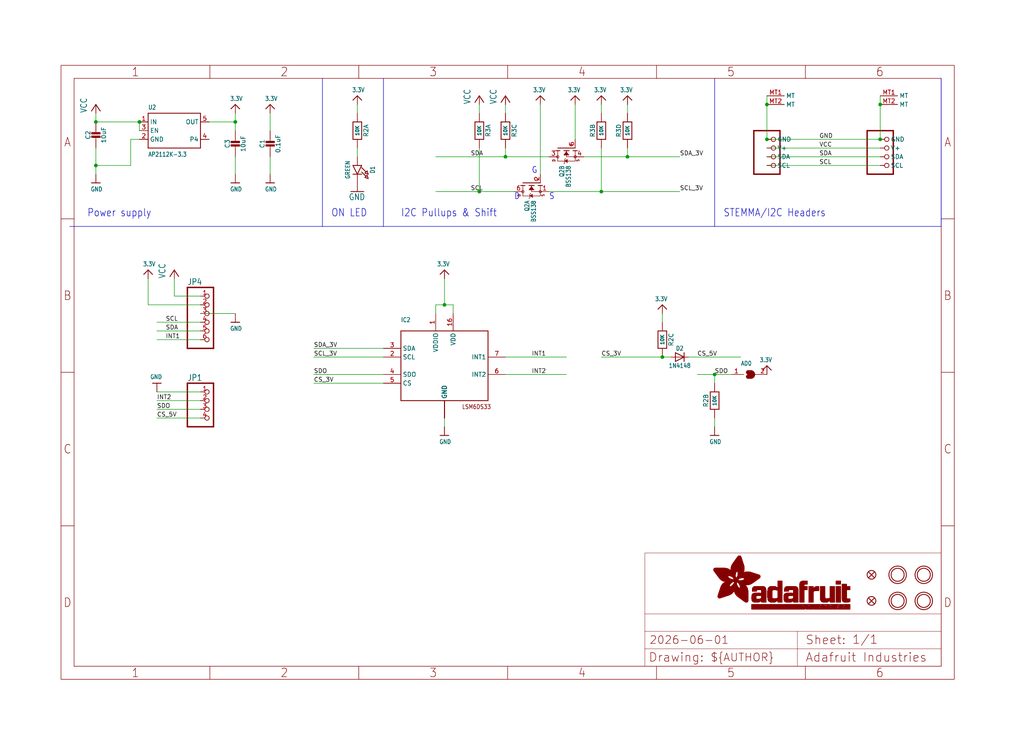
<source format=kicad_sch>
(kicad_sch (version 20230121) (generator eeschema)
  (paper "User" 298.45 217.322)
  (lib_symbols
    (symbol "working-eagle-import:3.3V" (power)
      (property "Value" "3.3V" (at -1.524 1.016 0))
      (symbol "3.3V_1_0"
        (pin power_in line (at 0 -2.54 90) (length 2.54) (name "3.3V") (number "1"))
      )
    )
    (symbol "working-eagle-import:CAP_CERAMIC0603_NO"
      (property "Reference" "C" (at -2.29 1.25 90))
      (symbol "CAP_CERAMIC0603_NO_1_0"
        (pin passive line (at 0 5.08 270) (length 2.54) (name "1") (number "1"))
        (pin passive line (at 0 -2.54 90) (length 2.54) (name "2") (number "2"))
      )
    )
    (symbol "working-eagle-import:CAP_CERAMIC0805-NOOUTLINE"
      (property "Reference" "C" (at -2.29 1.25 90))
      (symbol "CAP_CERAMIC0805-NOOUTLINE_1_0"
        (pin passive line (at 0 5.08 270) (length 2.54) (name "1") (number "1"))
        (pin passive line (at 0 -2.54 90) (length 2.54) (name "2") (number "2"))
      )
    )
    (symbol "working-eagle-import:DIODESOD-323"
      (property "Reference" "D" (at 0 2.54 0))
      (symbol "DIODESOD-323_1_0"
        (pin passive line (at -2.54 0 0) (length 2.54) (name "A") (number "A"))
        (pin passive line (at 2.54 0 180) (length 2.54) (name "C") (number "C"))
      )
    )
    (symbol "working-eagle-import:FIDUCIAL_1MM")
    (symbol "working-eagle-import:FRAME_A4_ADAFRUIT"
      (symbol "FRAME_A4_ADAFRUIT_1_0"
        (text "${#}/${##}" (at 230.505 10.16 0) (effects (font (size 2.54 2.54)) (justify left bottom)))
        (text "${AUTHOR}" (at 189.23 5.08 0) (effects (font (size 2.286 2.286)) (justify left bottom)))
        (text "${CURRENT_DATE}" (at 171.45 10.16 0) (effects (font (size 2.286 2.286)) (justify left bottom)))
        (text "${PROJECTNAME}" (at 171.45 15.24 0) (effects (font (size 2.54 2.54)) (justify left bottom)))
        (text "1" (at 21.6958 1.905 0) (effects (font (size 2.54 2.286))))
        (text "1" (at 21.6958 177.165 0) (effects (font (size 2.54 2.286))))
        (text "2" (at 65.0875 1.905 0) (effects (font (size 2.54 2.286))))
        (text "2" (at 65.0875 177.165 0) (effects (font (size 2.54 2.286))))
        (text "3" (at 108.4792 1.905 0) (effects (font (size 2.54 2.286))))
        (text "3" (at 108.4792 177.165 0) (effects (font (size 2.54 2.286))))
        (text "4" (at 151.8708 1.905 0) (effects (font (size 2.54 2.286))))
        (text "4" (at 151.8708 177.165 0) (effects (font (size 2.54 2.286))))
        (text "5" (at 195.2625 1.905 0) (effects (font (size 2.54 2.286))))
        (text "5" (at 195.2625 177.165 0) (effects (font (size 2.54 2.286))))
        (text "6" (at 238.6542 1.905 0) (effects (font (size 2.54 2.286))))
        (text "6" (at 238.6542 177.165 0) (effects (font (size 2.54 2.286))))
        (text "A" (at 1.905 156.6863 0) (effects (font (size 2.54 2.286))))
        (text "A" (at 258.445 156.6863 0) (effects (font (size 2.54 2.286))))
        (text "Adafruit Industries" (at 216.916 4.953 0) (effects (font (size 2.54 2.54)) (justify left bottom)))
        (text "B" (at 1.905 111.9188 0) (effects (font (size 2.54 2.286))))
        (text "B" (at 258.445 111.9188 0) (effects (font (size 2.54 2.286))))
        (text "C" (at 1.905 67.1513 0) (effects (font (size 2.54 2.286))))
        (text "C" (at 258.445 67.1513 0) (effects (font (size 2.54 2.286))))
        (text "D" (at 1.905 22.3838 0) (effects (font (size 2.54 2.286))))
        (text "D" (at 258.445 22.3838 0) (effects (font (size 2.54 2.286))))
        (text "Drawing:" (at 171.196 4.953 0) (effects (font (size 2.54 2.54)) (justify left bottom)))
        (text "Sheet:" (at 216.916 10.033 0) (effects (font (size 2.54 2.54)) (justify left bottom)))
      )
    )
    (symbol "working-eagle-import:GND" (power)
      (property "Value" "GND" (at -1.524 -2.54 0))
      (symbol "GND_1_0"
        (pin power_in line (at 0 2.54 270) (length 2.54) (name "GND") (number "1"))
      )
    )
    (symbol "working-eagle-import:HEADER-1X4ROUND"
      (property "Reference" "JP" (at -6.35 8.255 0))
      (symbol "HEADER-1X4ROUND_1_0"
        (pin passive inverted (at -2.54 5.08 0) (length 2.54) (name "1") (number "1"))
        (pin passive inverted (at -2.54 2.54 0) (length 2.54) (name "2") (number "2"))
        (pin passive inverted (at -2.54 0 0) (length 2.54) (name "3") (number "3"))
        (pin passive inverted (at -2.54 -2.54 0) (length 2.54) (name "4") (number "4"))
      )
    )
    (symbol "working-eagle-import:HEADER-1X670MIL"
      (property "Reference" "JP" (at -6.35 10.795 0))
      (symbol "HEADER-1X670MIL_1_0"
        (pin passive inverted (at -2.54 7.62 0) (length 2.54) (name "1") (number "1"))
        (pin passive inverted (at -2.54 5.08 0) (length 2.54) (name "2") (number "2"))
        (pin passive inverted (at -2.54 2.54 0) (length 2.54) (name "3") (number "3"))
        (pin passive inverted (at -2.54 0 0) (length 2.54) (name "4") (number "4"))
        (pin passive inverted (at -2.54 -2.54 0) (length 2.54) (name "5") (number "5"))
        (pin passive inverted (at -2.54 -5.08 0) (length 2.54) (name "6") (number "6"))
      )
    )
    (symbol "working-eagle-import:LED0603_NOOUTLINE"
      (property "Reference" "D" (at -1.27 4.445 0))
      (symbol "LED0603_NOOUTLINE_1_0"
        (pin passive line (at -5.08 0 0) (length 2.54) (name "A") (number "A"))
        (pin passive line (at 2.54 0 180) (length 2.54) (name "C") (number "C"))
      )
    )
    (symbol "working-eagle-import:LSM6DS33"
      (property "Reference" "IC" (at -12.7 12.7 0))
      (symbol "LSM6DS33_1_0"
        (text "LSM6DS33" (at 5.08 -12.7 0) (effects (font (size 1.27 1.0795)) (justify left bottom)))
        (pin power_in line (at -2.54 15.24 270) (length 5.08) (name "VDDIO") (number "1"))
        (pin power_in line (at 0 -15.24 90) (length 5.08) (name "GND") (number "10"))
        (pin power_in line (at 0 -15.24 90) (length 5.08) (name "GND") (number "11"))
        (pin power_in line (at 0 -15.24 90) (length 5.08) (name "GND") (number "12"))
        (pin power_in line (at 0 -15.24 90) (length 5.08) (name "GND") (number "13"))
        (pin power_in line (at 0 -15.24 90) (length 5.08) (name "GND") (number "15"))
        (pin power_in line (at 2.54 15.24 270) (length 5.08) (name "VDD") (number "16"))
        (pin bidirectional line (at -17.78 2.54 0) (length 5.08) (name "SCL") (number "2"))
        (pin bidirectional line (at -17.78 5.08 0) (length 5.08) (name "SDA") (number "3"))
        (pin bidirectional line (at -17.78 -2.54 0) (length 5.08) (name "SDO") (number "4"))
        (pin input line (at -17.78 -5.08 0) (length 5.08) (name "CS") (number "5"))
        (pin output line (at 17.78 -2.54 180) (length 5.08) (name "INT2") (number "6"))
        (pin output line (at 17.78 2.54 180) (length 5.08) (name "INT1") (number "7"))
        (pin power_in line (at 0 -15.24 90) (length 5.08) (name "GND") (number "8"))
        (pin power_in line (at 0 -15.24 90) (length 5.08) (name "GND") (number "9"))
      )
    )
    (symbol "working-eagle-import:MOSFET-N_DUAL"
      (property "Reference" "Q" (at 5.08 0.635 0))
      (symbol "MOSFET-N_DUAL_1_0"
        (text "D" (at 3.175 3.175 0) (effects (font (size 0.8128 0.6908)) (justify left bottom)))
        (text "G" (at -1.27 -1.905 0) (effects (font (size 0.8128 0.6908)) (justify left bottom)))
        (text "S" (at 3.175 -3.81 0) (effects (font (size 0.8128 0.6908)) (justify left bottom)))
        (pin bidirectional line (at 2.54 -5.08 90) (length 2.54) (name "S") (number "1"))
        (pin bidirectional line (at -2.54 -2.54 0) (length 2.54) (name "G") (number "2"))
        (pin bidirectional line (at 2.54 5.08 270) (length 2.54) (name "D") (number "6"))
      )
      (symbol "MOSFET-N_DUAL_2_0"
        (text "D" (at 3.175 3.175 0) (effects (font (size 0.8128 0.6908)) (justify left bottom)))
        (text "G" (at -1.27 -1.905 0) (effects (font (size 0.8128 0.6908)) (justify left bottom)))
        (text "S" (at 3.175 -3.81 0) (effects (font (size 0.8128 0.6908)) (justify left bottom)))
        (pin bidirectional line (at 2.54 5.08 270) (length 2.54) (name "D") (number "3"))
        (pin bidirectional line (at 2.54 -5.08 90) (length 2.54) (name "S") (number "4"))
        (pin bidirectional line (at -2.54 -2.54 0) (length 2.54) (name "G") (number "5"))
      )
    )
    (symbol "working-eagle-import:MOUNTINGHOLE2.5")
    (symbol "working-eagle-import:RESISTOR_4PACK"
      (property "Reference" "R" (at 0 2.54 0))
      (symbol "RESISTOR_4PACK_1_0"
        (pin passive line (at -5.08 0 0) (length 2.54) (name "1") (number "1"))
        (pin passive line (at 5.08 0 180) (length 2.54) (name "2") (number "8"))
      )
      (symbol "RESISTOR_4PACK_2_0"
        (pin passive line (at -5.08 0 0) (length 2.54) (name "1") (number "2"))
        (pin passive line (at 5.08 0 180) (length 2.54) (name "2") (number "7"))
      )
      (symbol "RESISTOR_4PACK_3_0"
        (pin passive line (at -5.08 0 0) (length 2.54) (name "1") (number "3"))
        (pin passive line (at 5.08 0 180) (length 2.54) (name "2") (number "6"))
      )
      (symbol "RESISTOR_4PACK_4_0"
        (pin passive line (at -5.08 0 0) (length 2.54) (name "1") (number "4"))
        (pin passive line (at 5.08 0 180) (length 2.54) (name "2") (number "5"))
      )
    )
    (symbol "working-eagle-import:SOLDERJUMPER"
      (property "Reference" "SJ" (at -2.54 2.54 0))
      (symbol "SOLDERJUMPER_1_0"
        (pin passive line (at -5.08 0 0) (length 2.54) (name "1") (number "1"))
        (pin passive line (at 5.08 0 180) (length 2.54) (name "2") (number "2"))
      )
    )
    (symbol "working-eagle-import:STEMMA_I2C_QT"
      (symbol "STEMMA_I2C_QT_1_0"
        (pin passive inverted (at 0 5.08 0) (length 2.54) (name "GND") (number "1"))
        (pin passive inverted (at 0 2.54 0) (length 2.54) (name "V+") (number "2"))
        (pin passive inverted (at 0 0 0) (length 2.54) (name "SDA") (number "3"))
        (pin passive inverted (at 0 -2.54 0) (length 2.54) (name "SCL") (number "4"))
      )
      (symbol "STEMMA_I2C_QT_2_0"
        (pin bidirectional line (at 0 0 0) (length 5.08) (name "MT") (number "MT1"))
      )
      (symbol "STEMMA_I2C_QT_3_0"
        (pin bidirectional line (at 0 0 0) (length 5.08) (name "MT") (number "MT2"))
      )
    )
    (symbol "working-eagle-import:VCC" (power)
      (property "Value" "VCC" (at -2.54 -2.54 90))
      (symbol "VCC_1_0"
        (pin power_in line (at 0 -2.54 90) (length 2.54) (name "VCC") (number "1"))
      )
    )
    (symbol "working-eagle-import:VREG_SOT23-5"
      (property "Reference" "U" (at -7.62 6.096 0))
      (symbol "VREG_SOT23-5_1_0"
        (pin power_in line (at -10.16 2.54 0) (length 2.54) (name "IN") (number "1"))
        (pin power_in line (at -10.16 -2.54 0) (length 2.54) (name "GND") (number "2"))
        (pin input line (at -10.16 0 0) (length 2.54) (name "EN") (number "3"))
        (pin bidirectional line (at 10.16 -2.54 180) (length 2.54) (name "P4") (number "4"))
        (pin power_in line (at 10.16 2.54 180) (length 2.54) (name "OUT") (number "5"))
      )
    )
    (symbol "working-eagle-import:supply1_GND" (power)
      (property "Value" "supply1_GND" (at -2.54 -2.54 0))
      (symbol "supply1_GND_1_0"
        (pin power_in line (at 0 2.54 270) (length 2.54) (name "GND") (number "1"))
      )
    )
  )
  (junction (at 68.58 35.56))
  (junction (at 208.28 109.22))
  (junction (at 147.32 45.72))
  (junction (at 139.7 55.88))
  (junction (at 40.64 35.56))
  (junction (at 256.54 40.64))
  (junction (at 256.54 30.48))
  (junction (at 223.52 40.64))
  (junction (at 182.88 45.72))
  (junction (at 27.94 35.56))
  (junction (at 129.54 88.9))
  (junction (at 175.26 55.88))
  (junction (at 223.52 30.48))
  (junction (at 27.94 48.26))
  (junction (at 193.04 104.14))
  (wire (pts (xy 78.74 33.02) (xy 78.74 38.1)) (stroke (width 0.1524)))
  (polyline (pts (xy 208.28 66.04) (xy 274.32 66.04)) (stroke (width 0.1524) (type solid)))
  (wire (pts (xy 165.1 109.22) (xy 147.32 109.22)) (stroke (width 0.1524)))
  (wire (pts (xy 193.04 93.98) (xy 193.04 91.44)) (stroke (width 0.1524)))
  (wire (pts (xy 149.86 55.88) (xy 139.7 55.88)) (stroke (width 0.1524)))
  (wire (pts (xy 58.42 91.44) (xy 68.58 91.44)) (stroke (width 0.1524)))
  (wire (pts (xy 68.58 35.56) (xy 68.58 33.02)) (stroke (width 0.1524)))
  (polyline (pts (xy 111.76 66.04) (xy 208.28 66.04)) (stroke (width 0.1524) (type solid)))
  (wire (pts (xy 104.14 30.48) (xy 104.14 33.02)) (stroke (width 0.1524)))
  (wire (pts (xy 223.52 48.26) (xy 256.54 48.26)) (stroke (width 0.1524)))
  (wire (pts (xy 111.76 101.6) (xy 91.44 101.6)) (stroke (width 0.1524)))
  (wire (pts (xy 175.26 55.88) (xy 198.12 55.88)) (stroke (width 0.1524)))
  (wire (pts (xy 127 88.9) (xy 127 91.44)) (stroke (width 0.1524)))
  (wire (pts (xy 27.94 33.02) (xy 27.94 35.56)) (stroke (width 0.1524)))
  (wire (pts (xy 91.44 104.14) (xy 111.76 104.14)) (stroke (width 0.1524)))
  (wire (pts (xy 208.28 124.46) (xy 208.28 121.92)) (stroke (width 0.1524)))
  (wire (pts (xy 256.54 45.72) (xy 223.52 45.72)) (stroke (width 0.1524)))
  (polyline (pts (xy 208.28 22.86) (xy 208.28 66.04)) (stroke (width 0.1524) (type solid)))
  (wire (pts (xy 157.48 50.8) (xy 157.48 30.48)) (stroke (width 0.1524)))
  (polyline (pts (xy 111.76 22.86) (xy 111.76 66.04)) (stroke (width 0.1524) (type solid)))
  (wire (pts (xy 129.54 121.92) (xy 129.54 124.46)) (stroke (width 0.1524)))
  (wire (pts (xy 160.02 45.72) (xy 147.32 45.72)) (stroke (width 0.1524)))
  (wire (pts (xy 111.76 109.22) (xy 91.44 109.22)) (stroke (width 0.1524)))
  (wire (pts (xy 132.08 88.9) (xy 129.54 88.9)) (stroke (width 0.1524)))
  (wire (pts (xy 139.7 55.88) (xy 127 55.88)) (stroke (width 0.1524)))
  (wire (pts (xy 193.04 104.14) (xy 175.26 104.14)) (stroke (width 0.1524)))
  (wire (pts (xy 170.18 45.72) (xy 182.88 45.72)) (stroke (width 0.1524)))
  (wire (pts (xy 104.14 45.72) (xy 104.14 43.18)) (stroke (width 0.1524)))
  (wire (pts (xy 208.28 109.22) (xy 213.36 109.22)) (stroke (width 0.1524)))
  (wire (pts (xy 27.94 48.26) (xy 27.94 43.18)) (stroke (width 0.1524)))
  (wire (pts (xy 132.08 91.44) (xy 132.08 88.9)) (stroke (width 0.1524)))
  (wire (pts (xy 147.32 43.18) (xy 147.32 45.72)) (stroke (width 0.1524)))
  (wire (pts (xy 182.88 43.18) (xy 182.88 45.72)) (stroke (width 0.1524)))
  (wire (pts (xy 111.76 111.76) (xy 91.44 111.76)) (stroke (width 0.1524)))
  (wire (pts (xy 58.42 116.84) (xy 45.72 116.84)) (stroke (width 0.1524)))
  (wire (pts (xy 45.72 114.3) (xy 58.42 114.3)) (stroke (width 0.1524)))
  (wire (pts (xy 68.58 35.56) (xy 68.58 38.1)) (stroke (width 0.1524)))
  (wire (pts (xy 256.54 40.64) (xy 223.52 40.64)) (stroke (width 0.1524)))
  (wire (pts (xy 58.42 88.9) (xy 43.18 88.9)) (stroke (width 0.1524)))
  (wire (pts (xy 38.1 40.64) (xy 38.1 48.26)) (stroke (width 0.1524)))
  (wire (pts (xy 50.8 86.36) (xy 50.8 81.28)) (stroke (width 0.1524)))
  (wire (pts (xy 256.54 30.48) (xy 256.54 27.94)) (stroke (width 0.1524)))
  (polyline (pts (xy 93.98 22.86) (xy 93.98 66.04)) (stroke (width 0.1524) (type solid)))
  (wire (pts (xy 38.1 48.26) (xy 27.94 48.26)) (stroke (width 0.1524)))
  (wire (pts (xy 27.94 48.26) (xy 27.94 50.8)) (stroke (width 0.1524)))
  (wire (pts (xy 147.32 33.02) (xy 147.32 30.48)) (stroke (width 0.1524)))
  (wire (pts (xy 182.88 33.02) (xy 182.88 30.48)) (stroke (width 0.1524)))
  (wire (pts (xy 167.64 40.64) (xy 167.64 30.48)) (stroke (width 0.1524)))
  (polyline (pts (xy 274.32 22.86) (xy 274.32 66.04)) (stroke (width 0.1524) (type solid)))
  (wire (pts (xy 58.42 99.06) (xy 45.72 99.06)) (stroke (width 0.1524)))
  (wire (pts (xy 182.88 45.72) (xy 198.12 45.72)) (stroke (width 0.1524)))
  (wire (pts (xy 58.42 93.98) (xy 45.72 93.98)) (stroke (width 0.1524)))
  (wire (pts (xy 43.18 88.9) (xy 43.18 81.28)) (stroke (width 0.1524)))
  (wire (pts (xy 147.32 45.72) (xy 127 45.72)) (stroke (width 0.1524)))
  (wire (pts (xy 68.58 45.72) (xy 68.58 50.8)) (stroke (width 0.1524)))
  (polyline (pts (xy 20.32 66.04) (xy 93.98 66.04)) (stroke (width 0.1524) (type solid)))
  (wire (pts (xy 256.54 40.64) (xy 256.54 30.48)) (stroke (width 0.1524)))
  (wire (pts (xy 127 88.9) (xy 129.54 88.9)) (stroke (width 0.1524)))
  (wire (pts (xy 223.52 30.48) (xy 223.52 40.64)) (stroke (width 0.1524)))
  (wire (pts (xy 200.66 104.14) (xy 215.9 104.14)) (stroke (width 0.1524)))
  (wire (pts (xy 175.26 43.18) (xy 175.26 55.88)) (stroke (width 0.1524)))
  (wire (pts (xy 60.96 35.56) (xy 68.58 35.56)) (stroke (width 0.1524)))
  (wire (pts (xy 139.7 43.18) (xy 139.7 55.88)) (stroke (width 0.1524)))
  (wire (pts (xy 208.28 109.22) (xy 203.2 109.22)) (stroke (width 0.1524)))
  (wire (pts (xy 40.64 35.56) (xy 27.94 35.56)) (stroke (width 0.1524)))
  (wire (pts (xy 160.02 55.88) (xy 175.26 55.88)) (stroke (width 0.1524)))
  (wire (pts (xy 195.58 104.14) (xy 193.04 104.14)) (stroke (width 0.1524)))
  (wire (pts (xy 147.32 104.14) (xy 165.1 104.14)) (stroke (width 0.1524)))
  (wire (pts (xy 223.52 43.18) (xy 256.54 43.18)) (stroke (width 0.1524)))
  (wire (pts (xy 175.26 33.02) (xy 175.26 30.48)) (stroke (width 0.1524)))
  (wire (pts (xy 129.54 88.9) (xy 129.54 81.28)) (stroke (width 0.1524)))
  (wire (pts (xy 139.7 30.48) (xy 139.7 33.02)) (stroke (width 0.1524)))
  (wire (pts (xy 208.28 111.76) (xy 208.28 109.22)) (stroke (width 0.1524)))
  (wire (pts (xy 78.74 45.72) (xy 78.74 50.8)) (stroke (width 0.1524)))
  (wire (pts (xy 58.42 119.38) (xy 45.72 119.38)) (stroke (width 0.1524)))
  (wire (pts (xy 40.64 40.64) (xy 38.1 40.64)) (stroke (width 0.1524)))
  (wire (pts (xy 40.64 38.1) (xy 40.64 35.56)) (stroke (width 0.1524)))
  (wire (pts (xy 58.42 121.92) (xy 45.72 121.92)) (stroke (width 0.1524)))
  (wire (pts (xy 223.52 27.94) (xy 223.52 30.48)) (stroke (width 0.1524)))
  (wire (pts (xy 58.42 96.52) (xy 45.72 96.52)) (stroke (width 0.1524)))
  (polyline (pts (xy 93.98 66.04) (xy 111.76 66.04)) (stroke (width 0.1524) (type solid)))
  (wire (pts (xy 58.42 86.36) (xy 50.8 86.36)) (stroke (width 0.1524)))
  (text "S" (at 160.02 58.42 0) (effects (font (size 1.778 1.5113)) (justify left bottom)))
  (text "I2C Pullups & Shift" (at 116.84 63.5 0) (effects (font (size 2.1844 1.8567)) (justify left bottom)))
  (text "D" (at 149.86 58.42 0) (effects (font (size 1.778 1.5113)) (justify left bottom)))
  (text "ON LED" (at 96.52 63.5 0) (effects (font (size 2.1844 1.8567)) (justify left bottom)))
  (text "G" (at 154.94 50.8 0) (effects (font (size 1.778 1.5113)) (justify left bottom)))
  (text "STEMMA/I2C Headers" (at 210.82 63.5 0) (effects (font (size 2.1844 1.8567)) (justify left bottom)))
  (text "Power supply" (at 25.4 63.5 0) (effects (font (size 2.1844 1.8567)) (justify left bottom)))
  (label "CS_5V" (at 45.72 121.92 0) (effects (font (size 1.2446 1.2446))))
  (label "SDO" (at 208.28 109.22 0) (effects (font (size 1.2446 1.2446))))
  (label "SDA_3V" (at 91.44 101.6 0) (effects (font (size 1.2446 1.2446))))
  (label "GND" (at 238.76 40.64 0) (effects (font (size 1.2446 1.2446))))
  (label "SDA" (at 48.26 96.52 0) (effects (font (size 1.2446 1.2446))))
  (label "INT2" (at 45.72 116.84 0) (effects (font (size 1.2446 1.2446))))
  (label "SDO" (at 91.44 109.22 0) (effects (font (size 1.2446 1.2446))))
  (label "SDA" (at 137.16 45.72 0) (effects (font (size 1.2446 1.2446))))
  (label "SCL_3V" (at 91.44 104.14 0) (effects (font (size 1.2446 1.2446))))
  (label "SCL" (at 137.16 55.88 0) (effects (font (size 1.2446 1.2446))))
  (label "INT1" (at 48.26 99.06 0) (effects (font (size 1.2446 1.2446))))
  (label "INT2" (at 154.94 109.22 0) (effects (font (size 1.2446 1.2446))))
  (label "SDA_3V" (at 198.12 45.72 0) (effects (font (size 1.2446 1.2446))))
  (label "INT1" (at 154.94 104.14 0) (effects (font (size 1.2446 1.2446))))
  (label "SCL_3V" (at 198.12 55.88 0) (effects (font (size 1.2446 1.2446))))
  (label "SDO" (at 45.72 119.38 0) (effects (font (size 1.2446 1.2446))))
  (label "VCC" (at 238.76 43.18 0) (effects (font (size 1.2446 1.2446))))
  (label "CS_3V" (at 175.26 104.14 0) (effects (font (size 1.2446 1.2446))))
  (label "SDA" (at 238.76 45.72 0) (effects (font (size 1.2446 1.2446))))
  (label "CS_3V" (at 91.44 111.76 0) (effects (font (size 1.2446 1.2446))))
  (label "SCL" (at 238.76 48.26 0) (effects (font (size 1.2446 1.2446))))
  (label "CS_5V" (at 203.2 104.14 0) (effects (font (size 1.2446 1.2446))))
  (label "SCL" (at 48.26 93.98 0) (effects (font (size 1.2446 1.2446))))
  (symbol (lib_id "working-eagle-import:3.3V") (at 43.18 78.74 0) (unit 1)
    (property "Reference" "#U$16" (effects hide))
    (property "Value" "3.3V" (at 41.656 77.724 0) (effects (font (size 1.27 1.0795)) (justify left bottom)))
  )
  (symbol (lib_id "working-eagle-import:3.3V") (at 175.26 27.94 0) (mirror y) (unit 1)
    (property "Reference" "#U$24" (effects hide))
    (property "Value" "3.3V" (at 176.784 26.924 0) (effects (font (size 1.27 1.0795)) (justify left bottom)))
  )
  (symbol (lib_id "working-eagle-import:STEMMA_I2C_QT") (at 256.54 27.94 0) (unit 2)
    (property "Reference" "CONN4" (effects hide))
    (property "Value" "STEMMA_I2C_QT" (effects hide))
    (property "Footprint" "working:JST_SH4" (effects hide))
  )
  (symbol (lib_id "working-eagle-import:VCC") (at 139.7 27.94 0) (unit 1)
    (property "Reference" "#P+1" (effects hide))
    (property "Value" "VCC" (at 137.16 30.48 90) (effects (font (size 1.778 1.5113)) (justify left bottom)))
  )
  (symbol (lib_id "working-eagle-import:LSM6DS33") (at 129.54 106.68 0) (unit 1)
    (property "Reference" "IC2" (at 116.84 93.98 0) (effects (font (size 1.27 1.0795)) (justify left bottom)))
    (property "Value" "LSM6DS33" (effects hide))
    (property "Footprint" "working:LGA16_3X3MM" (effects hide))
  )
  (symbol (lib_id "working-eagle-import:3.3V") (at 129.54 78.74 0) (mirror y) (unit 1)
    (property "Reference" "#U$4" (effects hide))
    (property "Value" "3.3V" (at 131.064 77.724 0) (effects (font (size 1.27 1.0795)) (justify left bottom)))
  )
  (symbol (lib_id "working-eagle-import:VCC") (at 147.32 27.94 0) (unit 1)
    (property "Reference" "#P+2" (effects hide))
    (property "Value" "VCC" (at 144.78 30.48 90) (effects (font (size 1.778 1.5113)) (justify left bottom)))
  )
  (symbol (lib_id "working-eagle-import:RESISTOR_4PACK") (at 182.88 38.1 90) (mirror x) (unit 4)
    (property "Reference" "R3" (at 180.34 38.1 0))
    (property "Value" "10K" (at 182.88 38.1 0) (effects (font (size 1.016 1.016) bold)))
    (property "Footprint" "working:RESPACK_4X0603" (effects hide))
  )
  (symbol (lib_id "working-eagle-import:MOUNTINGHOLE2.5") (at 261.62 175.26 0) (unit 1)
    (property "Reference" "U$1" (effects hide))
    (property "Value" "MOUNTINGHOLE2.5" (effects hide))
    (property "Footprint" "working:MOUNTINGHOLE_2.5_PLATED" (effects hide))
  )
  (symbol (lib_id "working-eagle-import:GND") (at 208.28 127 0) (unit 1)
    (property "Reference" "#U$20" (effects hide))
    (property "Value" "GND" (at 206.756 129.54 0) (effects (font (size 1.27 1.0795)) (justify left bottom)))
  )
  (symbol (lib_id "working-eagle-import:CAP_CERAMIC0805-NOOUTLINE") (at 27.94 40.64 0) (unit 1)
    (property "Reference" "C2" (at 25.65 39.39 90))
    (property "Value" "10uF" (at 30.24 39.39 90))
    (property "Footprint" "working:0805-NO" (effects hide))
  )
  (symbol (lib_id "working-eagle-import:SOLDERJUMPER") (at 218.44 109.22 0) (unit 1)
    (property "Reference" "AD0" (at 215.9 106.68 0) (effects (font (size 1.27 1.0795)) (justify left bottom)))
    (property "Value" "SOLDERJUMPER" (effects hide))
    (property "Footprint" "working:SOLDERJUMPER_ARROW_NOPASTE" (effects hide))
  )
  (symbol (lib_id "working-eagle-import:3.3V") (at 182.88 27.94 0) (mirror y) (unit 1)
    (property "Reference" "#U$7" (effects hide))
    (property "Value" "3.3V" (at 184.404 26.924 0) (effects (font (size 1.27 1.0795)) (justify left bottom)))
  )
  (symbol (lib_id "working-eagle-import:3.3V") (at 223.52 106.68 0) (mirror y) (unit 1)
    (property "Reference" "#U$11" (effects hide))
    (property "Value" "3.3V" (at 225.044 105.664 0) (effects (font (size 1.27 1.0795)) (justify left bottom)))
  )
  (symbol (lib_id "working-eagle-import:RESISTOR_4PACK") (at 147.32 38.1 270) (unit 3)
    (property "Reference" "R3" (at 149.86 38.1 0))
    (property "Value" "10K" (at 147.32 38.1 0) (effects (font (size 1.016 1.016) bold)))
    (property "Footprint" "working:RESPACK_4X0603" (effects hide))
  )
  (symbol (lib_id "working-eagle-import:GND") (at 45.72 111.76 180) (unit 1)
    (property "Reference" "#U$8" (effects hide))
    (property "Value" "GND" (at 47.244 109.22 0) (effects (font (size 1.27 1.0795)) (justify left bottom)))
  )
  (symbol (lib_id "working-eagle-import:VCC") (at 50.8 78.74 0) (unit 1)
    (property "Reference" "#P+4" (effects hide))
    (property "Value" "VCC" (at 48.26 81.28 90) (effects (font (size 1.778 1.5113)) (justify left bottom)))
  )
  (symbol (lib_id "working-eagle-import:STEMMA_I2C_QT") (at 223.52 45.72 0) (unit 1)
    (property "Reference" "CONN3" (effects hide))
    (property "Value" "STEMMA_I2C_QT" (effects hide))
    (property "Footprint" "working:JST_SH4" (effects hide))
  )
  (symbol (lib_id "working-eagle-import:3.3V") (at 167.64 27.94 0) (mirror y) (unit 1)
    (property "Reference" "#U$23" (effects hide))
    (property "Value" "3.3V" (at 169.164 26.924 0) (effects (font (size 1.27 1.0795)) (justify left bottom)))
  )
  (symbol (lib_id "working-eagle-import:MOSFET-N_DUAL") (at 165.1 43.18 90) (mirror x) (unit 2)
    (property "Reference" "Q2" (at 164.465 48.26 0) (effects (font (size 1.27 1.0795)) (justify left bottom)))
    (property "Value" "BSS138" (at 166.37 48.26 0) (effects (font (size 1.27 1.0795)) (justify left bottom)))
    (property "Footprint" "working:SOT363" (effects hide))
  )
  (symbol (lib_id "working-eagle-import:3.3V") (at 68.58 30.48 0) (unit 1)
    (property "Reference" "#U$15" (effects hide))
    (property "Value" "3.3V" (at 67.056 29.464 0) (effects (font (size 1.27 1.0795)) (justify left bottom)))
  )
  (symbol (lib_id "working-eagle-import:RESISTOR_4PACK") (at 175.26 38.1 90) (mirror x) (unit 2)
    (property "Reference" "R3" (at 172.72 38.1 0))
    (property "Value" "10K" (at 175.26 38.1 0) (effects (font (size 1.016 1.016) bold)))
    (property "Footprint" "working:RESPACK_4X0603" (effects hide))
  )
  (symbol (lib_id "working-eagle-import:3.3V") (at 104.14 27.94 0) (unit 1)
    (property "Reference" "#U$3" (effects hide))
    (property "Value" "3.3V" (at 102.616 26.924 0) (effects (font (size 1.27 1.0795)) (justify left bottom)))
  )
  (symbol (lib_id "working-eagle-import:GND") (at 78.74 53.34 0) (unit 1)
    (property "Reference" "#U$6" (effects hide))
    (property "Value" "GND" (at 77.216 55.88 0) (effects (font (size 1.27 1.0795)) (justify left bottom)))
  )
  (symbol (lib_id "working-eagle-import:GND") (at 129.54 127 0) (unit 1)
    (property "Reference" "#U$2" (effects hide))
    (property "Value" "GND" (at 128.016 129.54 0) (effects (font (size 1.27 1.0795)) (justify left bottom)))
  )
  (symbol (lib_id "working-eagle-import:3.3V") (at 157.48 27.94 0) (mirror y) (unit 1)
    (property "Reference" "#U$26" (effects hide))
    (property "Value" "3.3V" (at 159.004 26.924 0) (effects (font (size 1.27 1.0795)) (justify left bottom)))
  )
  (symbol (lib_id "working-eagle-import:GND") (at 68.58 53.34 0) (unit 1)
    (property "Reference" "#U$5" (effects hide))
    (property "Value" "GND" (at 67.056 55.88 0) (effects (font (size 1.27 1.0795)) (justify left bottom)))
  )
  (symbol (lib_id "working-eagle-import:CAP_CERAMIC0805-NOOUTLINE") (at 68.58 43.18 0) (unit 1)
    (property "Reference" "C3" (at 66.29 41.93 90))
    (property "Value" "10uF" (at 70.88 41.93 90))
    (property "Footprint" "working:0805-NO" (effects hide))
  )
  (symbol (lib_id "working-eagle-import:RESISTOR_4PACK") (at 208.28 116.84 90) (unit 2)
    (property "Reference" "R2" (at 205.74 116.84 0))
    (property "Value" "10K" (at 208.28 116.84 0) (effects (font (size 1.016 1.016) bold)))
    (property "Footprint" "working:RESPACK_4X0603" (effects hide))
  )
  (symbol (lib_id "working-eagle-import:HEADER-1X4ROUND") (at 60.96 119.38 0) (unit 1)
    (property "Reference" "JP1" (at 54.61 111.125 0) (effects (font (size 1.778 1.5113)) (justify left bottom)))
    (property "Value" "HEADER-1X4ROUND" (effects hide))
    (property "Footprint" "working:1X04_ROUND" (effects hide))
  )
  (symbol (lib_id "working-eagle-import:RESISTOR_4PACK") (at 193.04 99.06 270) (unit 3)
    (property "Reference" "R2" (at 195.58 99.06 0))
    (property "Value" "10K" (at 193.04 99.06 0) (effects (font (size 1.016 1.016) bold)))
    (property "Footprint" "working:RESPACK_4X0603" (effects hide))
  )
  (symbol (lib_id "working-eagle-import:CAP_CERAMIC0603_NO") (at 78.74 43.18 0) (unit 1)
    (property "Reference" "C1" (at 76.45 41.93 90))
    (property "Value" "0.1uF" (at 81.04 41.93 90))
    (property "Footprint" "working:0603-NO" (effects hide))
  )
  (symbol (lib_id "working-eagle-import:DIODESOD-323") (at 198.12 104.14 0) (unit 1)
    (property "Reference" "D2" (at 198.12 101.6 0) (effects (font (size 1.27 1.0795))))
    (property "Value" "1N4148" (at 198.12 106.64 0) (effects (font (size 1.27 1.0795))))
    (property "Footprint" "working:SOD-323" (effects hide))
  )
  (symbol (lib_id "working-eagle-import:FIDUCIAL_1MM") (at 254 175.26 0) (unit 1)
    (property "Reference" "FID3" (effects hide))
    (property "Value" "FIDUCIAL_1MM" (effects hide))
    (property "Footprint" "working:FIDUCIAL_1MM" (effects hide))
  )
  (symbol (lib_id "working-eagle-import:3.3V") (at 193.04 88.9 0) (mirror y) (unit 1)
    (property "Reference" "#U$12" (effects hide))
    (property "Value" "3.3V" (at 194.564 87.884 0) (effects (font (size 1.27 1.0795)) (justify left bottom)))
  )
  (symbol (lib_id "working-eagle-import:GND") (at 27.94 53.34 0) (unit 1)
    (property "Reference" "#U$13" (effects hide))
    (property "Value" "GND" (at 26.416 55.88 0) (effects (font (size 1.27 1.0795)) (justify left bottom)))
  )
  (symbol (lib_id "working-eagle-import:HEADER-1X670MIL") (at 60.96 93.98 0) (unit 1)
    (property "Reference" "JP4" (at 54.61 83.185 0) (effects (font (size 1.778 1.5113)) (justify left bottom)))
    (property "Value" "HEADER-1X670MIL" (effects hide))
    (property "Footprint" "working:1X06_ROUND_70" (effects hide))
  )
  (symbol (lib_id "working-eagle-import:MOUNTINGHOLE2.5") (at 269.24 175.26 0) (unit 1)
    (property "Reference" "U$21" (effects hide))
    (property "Value" "MOUNTINGHOLE2.5" (effects hide))
    (property "Footprint" "working:MOUNTINGHOLE_2.5_PLATED" (effects hide))
  )
  (symbol (lib_id "working-eagle-import:STEMMA_I2C_QT") (at 223.52 30.48 0) (unit 3)
    (property "Reference" "CONN3" (effects hide))
    (property "Value" "STEMMA_I2C_QT" (effects hide))
    (property "Footprint" "working:JST_SH4" (effects hide))
  )
  (symbol (lib_id "working-eagle-import:STEMMA_I2C_QT") (at 223.52 27.94 0) (unit 2)
    (property "Reference" "CONN3" (effects hide))
    (property "Value" "STEMMA_I2C_QT" (effects hide))
    (property "Footprint" "working:JST_SH4" (effects hide))
  )
  (symbol (lib_id "working-eagle-import:FRAME_A4_ADAFRUIT") (at 17.78 198.12 0) (unit 1)
    (property "Reference" "#U$18" (effects hide))
    (property "Value" "FRAME_A4_ADAFRUIT" (effects hide))
  )
  (symbol (lib_id "working-eagle-import:MOSFET-N_DUAL") (at 154.94 53.34 90) (mirror x) (unit 1)
    (property "Reference" "Q2" (at 154.305 58.42 0) (effects (font (size 1.27 1.0795)) (justify left bottom)))
    (property "Value" "BSS138" (at 156.21 58.42 0) (effects (font (size 1.27 1.0795)) (justify left bottom)))
    (property "Footprint" "working:SOT363" (effects hide))
  )
  (symbol (lib_id "working-eagle-import:GND") (at 68.58 93.98 0) (unit 1)
    (property "Reference" "#U$10" (effects hide))
    (property "Value" "GND" (at 67.056 96.52 0) (effects (font (size 1.27 1.0795)) (justify left bottom)))
  )
  (symbol (lib_id "working-eagle-import:VREG_SOT23-5") (at 50.8 38.1 0) (unit 1)
    (property "Reference" "U2" (at 43.18 32.004 0) (effects (font (size 1.27 1.0795)) (justify left bottom)))
    (property "Value" "AP2112K-3.3" (at 43.18 45.72 0) (effects (font (size 1.27 1.0795)) (justify left bottom)))
    (property "Footprint" "working:SOT23-5" (effects hide))
  )
  (symbol (lib_id "working-eagle-import:MOUNTINGHOLE2.5") (at 261.62 167.64 0) (unit 1)
    (property "Reference" "U$17" (effects hide))
    (property "Value" "MOUNTINGHOLE2.5" (effects hide))
    (property "Footprint" "working:MOUNTINGHOLE_2.5_PLATED" (effects hide))
  )
  (symbol (lib_id "working-eagle-import:STEMMA_I2C_QT") (at 256.54 45.72 0) (unit 1)
    (property "Reference" "CONN4" (effects hide))
    (property "Value" "STEMMA_I2C_QT" (effects hide))
    (property "Footprint" "working:JST_SH4" (effects hide))
  )
  (symbol (lib_id "working-eagle-import:MOUNTINGHOLE2.5") (at 269.24 167.64 0) (unit 1)
    (property "Reference" "U$19" (effects hide))
    (property "Value" "MOUNTINGHOLE2.5" (effects hide))
    (property "Footprint" "working:MOUNTINGHOLE_2.5_PLATED" (effects hide))
  )
  (symbol (lib_id "working-eagle-import:LED0603_NOOUTLINE") (at 104.14 50.8 270) (unit 1)
    (property "Reference" "D1" (at 108.585 49.53 0) (effects (font (size 1.27 1.0795))))
    (property "Value" "GREEN" (at 101.346 49.53 0) (effects (font (size 1.27 1.0795))))
    (property "Footprint" "working:CHIPLED_0603_NOOUTLINE" (effects hide))
  )
  (symbol (lib_id "working-eagle-import:VCC") (at 27.94 30.48 0) (unit 1)
    (property "Reference" "#P+3" (effects hide))
    (property "Value" "VCC" (at 25.4 33.02 90) (effects (font (size 1.778 1.5113)) (justify left bottom)))
  )
  (symbol (lib_id "working-eagle-import:3.3V") (at 78.74 30.48 0) (unit 1)
    (property "Reference" "#U$14" (effects hide))
    (property "Value" "3.3V" (at 77.216 29.464 0) (effects (font (size 1.27 1.0795)) (justify left bottom)))
  )
  (symbol (lib_id "working-eagle-import:RESISTOR_4PACK") (at 104.14 38.1 270) (unit 1)
    (property "Reference" "R2" (at 106.68 38.1 0))
    (property "Value" "10K" (at 104.14 38.1 0) (effects (font (size 1.016 1.016) bold)))
    (property "Footprint" "working:RESPACK_4X0603" (effects hide))
  )
  (symbol (lib_id "working-eagle-import:FIDUCIAL_1MM") (at 254 167.64 0) (unit 1)
    (property "Reference" "FID4" (effects hide))
    (property "Value" "FIDUCIAL_1MM" (effects hide))
    (property "Footprint" "working:FIDUCIAL_1MM" (effects hide))
  )
  (symbol (lib_id "working-eagle-import:STEMMA_I2C_QT") (at 256.54 30.48 0) (unit 3)
    (property "Reference" "CONN4" (effects hide))
    (property "Value" "STEMMA_I2C_QT" (effects hide))
    (property "Footprint" "working:JST_SH4" (effects hide))
  )
  (symbol (lib_id "working-eagle-import:RESISTOR_4PACK") (at 139.7 38.1 270) (unit 1)
    (property "Reference" "R3" (at 142.24 38.1 0))
    (property "Value" "10K" (at 139.7 38.1 0) (effects (font (size 1.016 1.016) bold)))
    (property "Footprint" "working:RESPACK_4X0603" (effects hide))
  )
  (symbol (lib_id "working-eagle-import:supply1_GND") (at 104.14 55.88 0) (unit 1)
    (property "Reference" "#GND6" (effects hide))
    (property "Value" "GND" (at 101.6 58.42 0) (effects (font (size 1.778 1.5113)) (justify left bottom)))
  )
)
</source>
